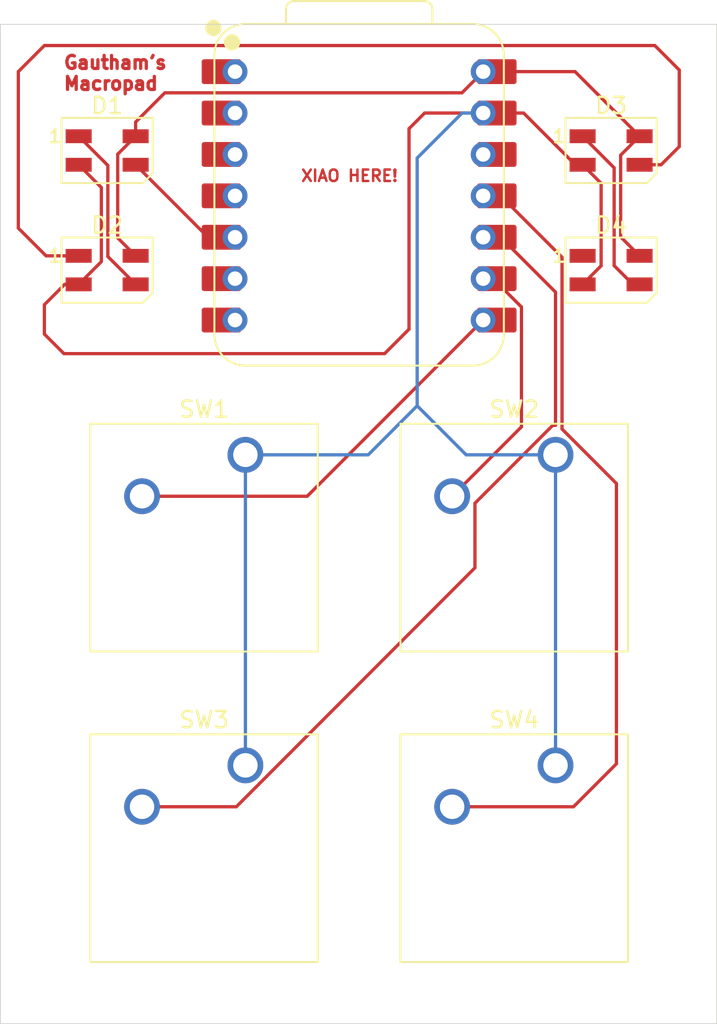
<source format=kicad_pcb>
(kicad_pcb (version 20241229) (generator "pcbnew") (generator_version "9.0")
  (layers (0 "F.Cu" signal) (2 "B.Cu" signal) (13 "F.Paste" user) (15 "B.Paste" user) (5 "F.SilkS" user "F.Silkscreen") (7 "B.SilkS" user "B.Silkscreen") (1 "F.Mask" user) (3 "B.Mask" user) (25 "Edge.Cuts" user))
  (net 0 "")
  (net 1 "+5V")
  (net 2 "Net-(D1-DOUT)")
  (net 3 "Net-(D1-DIN)")
  (net 4 "Net-(D2-DOUT)")
  (net 5 "Net-(D3-DOUT)")
  (net 7 "Net-(U1-GPIO1{slash}RX)")
  (net 8 "GND")
  (net 9 "Net-(U1-GPIO2{slash}SCK)")
  (net 10 "Net-(U1-GPIO4{slash}MISO)")
  (net 11 "Net-(U1-GPIO3{slash}MOSI)")
  (footprint "LED_SMD:LED_SK6812MINI_PLCC4_3.5x3.5mm_P1.75mm" (layer "F.Cu") (at 114.156625 74.0755)
    (property "Reference" "D2" (at 0 -2.75 0) (layer "F.SilkS"))
    (property "Value" "SK6812MINI")
    (fp_line (start -2.8 -2) (end -2.8 2) (stroke (width 0.12)) (layer "F.SilkS"))
    (fp_line (start -2.8 -2) (end 2.8 -2) (stroke (width 0.12)) (layer "F.SilkS"))
    (fp_line (start -2.8 2) (end 2.2 2) (stroke (width 0.12)) (layer "F.SilkS"))
    (fp_line (start 2.8 1.4) (end 2.2 2) (stroke (width 0.12)) (layer "F.SilkS"))
    (fp_line (start 2.8 1.4) (end 2.8 -2) (stroke (width 0.12)) (layer "F.SilkS"))
    (fp_text user "1" (at -3.2 -0.875 0) (layer "F.SilkS") (effects (font (size 0.8 0.8))))
    (pad "1" smd rect (at -1.75 -0.875) (size 1.6 0.85) (layers "F.Cu" "F.Mask" "F.Paste") (net 4 "Net-(D2-DOUT)"))
    (pad "2" smd rect (at -1.75 0.875) (size 1.6 0.85) (layers "F.Cu" "F.Mask" "F.Paste") (net 8 "GND"))
    (pad "3" smd rect (at 1.75 0.875) (size 1.6 0.85) (layers "F.Cu" "F.Mask" "F.Paste") (net 2 "Net-(D1-DOUT)"))
    (pad "4" smd rect (at 1.75 -0.875) (size 1.6 0.85) (layers "F.Cu" "F.Mask" "F.Paste") (net 1 "+5V"))
  )
  (footprint "LED_SMD:LED_SK6812MINI_PLCC4_3.5x3.5mm_P1.75mm" (layer "F.Cu") (at 145.112875 74.0755)
    (property "Reference" "D4" (at 0 -2.75 0) (layer "F.SilkS"))
    (property "Value" "SK6812MINI")
    (fp_line (start -2.8 -2) (end -2.8 2) (stroke (width 0.12)) (layer "F.SilkS"))
    (fp_line (start -2.8 -2) (end 2.8 -2) (stroke (width 0.12)) (layer "F.SilkS"))
    (fp_line (start -2.8 2) (end 2.2 2) (stroke (width 0.12)) (layer "F.SilkS"))
    (fp_line (start 2.8 1.4) (end 2.2 2) (stroke (width 0.12)) (layer "F.SilkS"))
    (fp_line (start 2.8 1.4) (end 2.8 -2) (stroke (width 0.12)) (layer "F.SilkS"))
    (fp_text user "1" (at -3.2 -0.875 0) (layer "F.SilkS") (effects (font (size 0.8 0.8))))
    (pad "1" smd rect (at -1.75 -0.875) (size 1.6 0.85) (layers "F.Cu" "F.Mask" "F.Paste"))
    (pad "2" smd rect (at -1.75 0.875) (size 1.6 0.85) (layers "F.Cu" "F.Mask" "F.Paste") (net 8 "GND"))
    (pad "3" smd rect (at 1.75 0.875) (size 1.6 0.85) (layers "F.Cu" "F.Mask" "F.Paste") (net 5 "Net-(D3-DOUT)"))
    (pad "4" smd rect (at 1.75 -0.875) (size 1.6 0.85) (layers "F.Cu" "F.Mask" "F.Paste") (net 1 "+5V"))
  )
  (footprint "Button_Switch_Keyboard:SW_Cherry_MX_1.00u_PCB" (layer "F.Cu") (at 122.64975 85.4075)
    (property "Reference" "SW1" (at -2.54 -2.794 0) (layer "F.SilkS"))
    (property "Value" "SW_Push")
    (fp_line (start -9.525 -1.905) (end 4.445 -1.905) (stroke (width 0.12)) (layer "F.SilkS"))
    (fp_line (start -9.525 12.065) (end -9.525 -1.905) (stroke (width 0.12)) (layer "F.SilkS"))
    (fp_line (start 4.445 -1.905) (end 4.445 12.065) (stroke (width 0.12)) (layer "F.SilkS"))
    (fp_line (start 4.445 12.065) (end -9.525 12.065) (stroke (width 0.12)) (layer "F.SilkS"))
    (pad "" np_thru_hole circle (at -7.62 5.08) (size 1.7 1.7) (drill 1.7) (layers "*.Cu" "*.Mask"))
    (pad "" np_thru_hole circle (at -2.54 5.08) (size 4 4) (drill 4) (layers "*.Cu" "*.Mask"))
    (pad "" np_thru_hole circle (at 2.54 5.08) (size 1.7 1.7) (drill 1.7) (layers "*.Cu" "*.Mask"))
    (pad "1" thru_hole circle (at 0 0) (size 2.2 2.2) (drill 1.5) (layers "*.Cu" "*.Mask") (net 8 "GND"))
    (pad "2" thru_hole circle (at -6.35 2.54) (size 2.2 2.2) (drill 1.5) (layers "*.Cu" "*.Mask") (net 7 "Net-(U1-GPIO1{slash}RX)"))
  )
  (footprint "LED_SMD:LED_SK6812MINI_PLCC4_3.5x3.5mm_P1.75mm" (layer "F.Cu") (at 114.156625 66.738)
    (property "Reference" "D1" (at 0 -2.75 0) (layer "F.SilkS"))
    (property "Value" "SK6812MINI")
    (fp_line (start -2.8 -2) (end -2.8 2) (stroke (width 0.12)) (layer "F.SilkS"))
    (fp_line (start -2.8 -2) (end 2.8 -2) (stroke (width 0.12)) (layer "F.SilkS"))
    (fp_line (start -2.8 2) (end 2.2 2) (stroke (width 0.12)) (layer "F.SilkS"))
    (fp_line (start 2.8 1.4) (end 2.2 2) (stroke (width 0.12)) (layer "F.SilkS"))
    (fp_line (start 2.8 1.4) (end 2.8 -2) (stroke (width 0.12)) (layer "F.SilkS"))
    (fp_text user "1" (at -3.2 -0.875 0) (layer "F.SilkS") (effects (font (size 0.8 0.8))))
    (pad "1" smd rect (at -1.75 -0.875) (size 1.6 0.85) (layers "F.Cu" "F.Mask" "F.Paste") (net 2 "Net-(D1-DOUT)"))
    (pad "2" smd rect (at -1.75 0.875) (size 1.6 0.85) (layers "F.Cu" "F.Mask" "F.Paste") (net 8 "GND"))
    (pad "3" smd rect (at 1.75 0.875) (size 1.6 0.85) (layers "F.Cu" "F.Mask" "F.Paste") (net 3 "Net-(D1-DIN)"))
    (pad "4" smd rect (at 1.75 -0.875) (size 1.6 0.85) (layers "F.Cu" "F.Mask" "F.Paste") (net 1 "+5V"))
  )
  (footprint "LED_SMD:LED_SK6812MINI_PLCC4_3.5x3.5mm_P1.75mm" (layer "F.Cu") (at 145.112875 66.738)
    (property "Reference" "D3" (at 0 -2.75 0) (layer "F.SilkS"))
    (property "Value" "SK6812MINI")
    (fp_line (start -2.8 -2) (end -2.8 2) (stroke (width 0.12)) (layer "F.SilkS"))
    (fp_line (start -2.8 -2) (end 2.8 -2) (stroke (width 0.12)) (layer "F.SilkS"))
    (fp_line (start -2.8 2) (end 2.2 2) (stroke (width 0.12)) (layer "F.SilkS"))
    (fp_line (start 2.8 1.4) (end 2.2 2) (stroke (width 0.12)) (layer "F.SilkS"))
    (fp_line (start 2.8 1.4) (end 2.8 -2) (stroke (width 0.12)) (layer "F.SilkS"))
    (fp_text user "1" (at -3.2 -0.875 0) (layer "F.SilkS") (effects (font (size 0.8 0.8))))
    (pad "1" smd rect (at -1.75 -0.875) (size 1.6 0.85) (layers "F.Cu" "F.Mask" "F.Paste") (net 5 "Net-(D3-DOUT)"))
    (pad "2" smd rect (at -1.75 0.875) (size 1.6 0.85) (layers "F.Cu" "F.Mask" "F.Paste") (net 8 "GND"))
    (pad "3" smd rect (at 1.75 0.875) (size 1.6 0.85) (layers "F.Cu" "F.Mask" "F.Paste") (net 4 "Net-(D2-DOUT)"))
    (pad "4" smd rect (at 1.75 -0.875) (size 1.6 0.85) (layers "F.Cu" "F.Mask" "F.Paste") (net 1 "+5V"))
  )
  (footprint "Button_Switch_Keyboard:SW_Cherry_MX_1.00u_PCB" (layer "F.Cu") (at 122.64975 104.4575)
    (property "Reference" "SW3" (at -2.54 -2.794 0) (layer "F.SilkS"))
    (property "Value" "SW_Push")
    (fp_line (start -9.525 -1.905) (end 4.445 -1.905) (stroke (width 0.12)) (layer "F.SilkS"))
    (fp_line (start -9.525 12.065) (end -9.525 -1.905) (stroke (width 0.12)) (layer "F.SilkS"))
    (fp_line (start 4.445 -1.905) (end 4.445 12.065) (stroke (width 0.12)) (layer "F.SilkS"))
    (fp_line (start 4.445 12.065) (end -9.525 12.065) (stroke (width 0.12)) (layer "F.SilkS"))
    (pad "" np_thru_hole circle (at -7.62 5.08) (size 1.7 1.7) (drill 1.7) (layers "*.Cu" "*.Mask"))
    (pad "" np_thru_hole circle (at -2.54 5.08) (size 4 4) (drill 4) (layers "*.Cu" "*.Mask"))
    (pad "" np_thru_hole circle (at 2.54 5.08) (size 1.7 1.7) (drill 1.7) (layers "*.Cu" "*.Mask"))
    (pad "1" thru_hole circle (at 0 0) (size 2.2 2.2) (drill 1.5) (layers "*.Cu" "*.Mask") (net 8 "GND"))
    (pad "2" thru_hole circle (at -6.35 2.54) (size 2.2 2.2) (drill 1.5) (layers "*.Cu" "*.Mask") (net 10 "Net-(U1-GPIO4{slash}MISO)"))
  )
  (footprint "Button_Switch_Keyboard:SW_Cherry_MX_1.00u_PCB" (layer "F.Cu") (at 141.69975 104.4575)
    (property "Reference" "SW4" (at -2.54 -2.794 0) (layer "F.SilkS"))
    (property "Value" "SW_Push")
    (fp_line (start -9.525 -1.905) (end 4.445 -1.905) (stroke (width 0.12)) (layer "F.SilkS"))
    (fp_line (start -9.525 12.065) (end -9.525 -1.905) (stroke (width 0.12)) (layer "F.SilkS"))
    (fp_line (start 4.445 -1.905) (end 4.445 12.065) (stroke (width 0.12)) (layer "F.SilkS"))
    (fp_line (start 4.445 12.065) (end -9.525 12.065) (stroke (width 0.12)) (layer "F.SilkS"))
    (pad "" np_thru_hole circle (at -7.62 5.08) (size 1.7 1.7) (drill 1.7) (layers "*.Cu" "*.Mask"))
    (pad "" np_thru_hole circle (at -2.54 5.08) (size 4 4) (drill 4) (layers "*.Cu" "*.Mask"))
    (pad "" np_thru_hole circle (at 2.54 5.08) (size 1.7 1.7) (drill 1.7) (layers "*.Cu" "*.Mask"))
    (pad "1" thru_hole circle (at 0 0) (size 2.2 2.2) (drill 1.5) (layers "*.Cu" "*.Mask") (net 8 "GND"))
    (pad "2" thru_hole circle (at -6.35 2.54) (size 2.2 2.2) (drill 1.5) (layers "*.Cu" "*.Mask") (net 11 "Net-(U1-GPIO3{slash}MOSI)"))
  )
  (footprint "Seeed Studio XIAO Series Library:XIAO-RP2040-DIP" (layer "F.Cu") (at 129.63475 69.52)
    (property "Reference" "U1" (hide yes))
    (property "Value" "XIAO-RP2040-DIP")
    (fp_line (start -8.89 8.509) (end -8.89 -8.636) (stroke (width 0.127)) (layer "F.SilkS"))
    (fp_line (start -6.985 10.414) (end 6.985 10.414) (stroke (width 0.127)) (layer "F.SilkS"))
    (fp_line (start -4.495 -10.541) (end -4.491272 -11.451272) (stroke (width 0.127)) (layer "F.SilkS"))
    (fp_line (start -3.991272 -11.951) (end 4.004 -11.951) (stroke (width 0.127)) (layer "F.SilkS"))
    (fp_line (start 4.504 -11.451) (end 4.504 -10.541) (stroke (width 0.127)) (layer "F.SilkS"))
    (fp_line (start 6.985 -10.541) (end -6.985 -10.541) (stroke (width 0.1)) (layer "F.SilkS"))
    (fp_line (start 6.985 -10.541) (end -6.985 -10.541) (stroke (width 0.127)) (layer "F.SilkS"))
    (fp_line (start 8.89 8.509) (end 8.89 -8.636) (stroke (width 0.127)) (layer "F.SilkS"))
    (fp_arc (start -8.89 -8.636) (mid -8.332038 -9.983038) (end -6.985 -10.541) (stroke (width 0.127)) (layer "F.SilkS"))
    (fp_arc (start -6.985 10.414) (mid -8.332038 9.856038) (end -8.89 8.509) (stroke (width 0.127)) (layer "F.SilkS"))
    (fp_arc (start -4.491272 -11.451272) (mid -4.344728 -11.80464) (end -3.991272 -11.951) (stroke (width 0.127)) (layer "F.SilkS"))
    (fp_arc (start 4.004 -11.951) (mid 4.357553 -11.804553) (end 4.504 -11.451) (stroke (width 0.127)) (layer "F.SilkS"))
    (fp_arc (start 6.985 -10.541) (mid 8.332038 -9.983038) (end 8.89 -8.636) (stroke (width 0.127)) (layer "F.SilkS"))
    (fp_arc (start 8.89 8.509) (mid 8.332038 9.856038) (end 6.985 10.414) (stroke (width 0.127)) (layer "F.SilkS"))
    (fp_circle (center -8.95 -10.3) (end -8.95 -10.554) (stroke (width 0.5)) (fill yes) (layer "F.SilkS"))
    (fp_circle (center -7.807 -9.42) (end -7.807 -9.674) (stroke (width 0.5)) (fill yes) (layer "F.SilkS"))
    (pad "1" smd roundrect (at -8.455 -7.62 180) (size 2.432 1.524) (layers "F.Cu" "F.Mask") (roundrect_rratio 0.1))
    (pad "1" thru_hole circle (at -7.62 -7.62 180) (size 1.524 1.524) (drill 0.889) (layers "*.Cu" "*.Mask"))
    (pad "2" smd roundrect (at -8.455 -5.08 180) (size 2.432 1.524) (layers "F.Cu" "F.Mask") (roundrect_rratio 0.1))
    (pad "2" thru_hole circle (at -7.62 -5.08 180) (size 1.524 1.524) (drill 0.889) (layers "*.Cu" "*.Mask"))
    (pad "3" smd roundrect (at -8.455 -2.54 180) (size 2.432 1.524) (layers "F.Cu" "F.Mask") (roundrect_rratio 0.1))
    (pad "3" thru_hole circle (at -7.62 -2.54 180) (size 1.524 1.524) (drill 0.889) (layers "*.Cu" "*.Mask"))
    (pad "4" smd roundrect (at -8.455 0 180) (size 2.432 1.524) (layers "F.Cu" "F.Mask") (roundrect_rratio 0.1))
    (pad "4" thru_hole circle (at -7.62 0 180) (size 1.524 1.524) (drill 0.889) (layers "*.Cu" "*.Mask"))
    (pad "5" smd roundrect (at -8.455 2.54 180) (size 2.432 1.524) (layers "F.Cu" "F.Mask") (roundrect_rratio 0.1) (net 3 "Net-(D1-DIN)"))
    (pad "5" thru_hole circle (at -7.62 2.54 180) (size 1.524 1.524) (drill 0.889) (layers "*.Cu" "*.Mask") (net 3 "Net-(D1-DIN)"))
    (pad "6" smd roundrect (at -8.455 5.08 180) (size 2.432 1.524) (layers "F.Cu" "F.Mask") (roundrect_rratio 0.1))
    (pad "6" thru_hole circle (at -7.62 5.08 180) (size 1.524 1.524) (drill 0.889) (layers "*.Cu" "*.Mask"))
    (pad "7" smd roundrect (at -8.455 7.62 180) (size 2.432 1.524) (layers "F.Cu" "F.Mask") (roundrect_rratio 0.1))
    (pad "7" thru_hole circle (at -7.62 7.62 180) (size 1.524 1.524) (drill 0.889) (layers "*.Cu" "*.Mask"))
    (pad "8" thru_hole circle (at 7.62 7.62) (size 1.524 1.524) (drill 0.889) (layers "*.Cu" "*.Mask") (net 7 "Net-(U1-GPIO1{slash}RX)"))
    (pad "8" smd roundrect (at 8.455 7.62) (size 2.432 1.524) (layers "F.Cu" "F.Mask") (roundrect_rratio 0.1) (net 7 "Net-(U1-GPIO1{slash}RX)"))
    (pad "9" thru_hole circle (at 7.62 5.08) (size 1.524 1.524) (drill 0.889) (layers "*.Cu" "*.Mask") (net 9 "Net-(U1-GPIO2{slash}SCK)"))
    (pad "9" smd roundrect (at 8.455 5.08) (size 2.432 1.524) (layers "F.Cu" "F.Mask") (roundrect_rratio 0.1) (net 9 "Net-(U1-GPIO2{slash}SCK)"))
    (pad "10" thru_hole circle (at 7.62 2.54) (size 1.524 1.524) (drill 0.889) (layers "*.Cu" "*.Mask") (net 10 "Net-(U1-GPIO4{slash}MISO)"))
    (pad "10" smd roundrect (at 8.455 2.54) (size 2.432 1.524) (layers "F.Cu" "F.Mask") (roundrect_rratio 0.1) (net 10 "Net-(U1-GPIO4{slash}MISO)"))
    (pad "11" thru_hole circle (at 7.62 0) (size 1.524 1.524) (drill 0.889) (layers "*.Cu" "*.Mask") (net 11 "Net-(U1-GPIO3{slash}MOSI)"))
    (pad "11" smd roundrect (at 8.455 0) (size 2.432 1.524) (layers "F.Cu" "F.Mask") (roundrect_rratio 0.1) (net 11 "Net-(U1-GPIO3{slash}MOSI)"))
    (pad "12" thru_hole circle (at 7.62 -2.54) (size 1.524 1.524) (drill 0.889) (layers "*.Cu" "*.Mask"))
    (pad "12" smd roundrect (at 8.455 -2.54) (size 2.432 1.524) (layers "F.Cu" "F.Mask") (roundrect_rratio 0.1))
    (pad "13" thru_hole circle (at 7.62 -5.08) (size 1.524 1.524) (drill 0.889) (layers "*.Cu" "*.Mask") (net 8 "GND"))
    (pad "13" smd roundrect (at 8.455 -5.08) (size 2.432 1.524) (layers "F.Cu" "F.Mask") (roundrect_rratio 0.1) (net 8 "GND"))
    (pad "14" thru_hole circle (at 7.62 -7.62) (size 1.524 1.524) (drill 0.889) (layers "*.Cu" "*.Mask") (net 1 "+5V"))
    (pad "14" smd roundrect (at 8.455 -7.62) (size 2.432 1.524) (layers "F.Cu" "F.Mask") (roundrect_rratio 0.1) (net 1 "+5V"))
  )
  (footprint "Button_Switch_Keyboard:SW_Cherry_MX_1.00u_PCB" (layer "F.Cu") (at 141.69975 85.4075)
    (property "Reference" "SW2" (at -2.54 -2.794 0) (layer "F.SilkS"))
    (property "Value" "SW_Push")
    (fp_line (start -9.525 -1.905) (end 4.445 -1.905) (stroke (width 0.12)) (layer "F.SilkS"))
    (fp_line (start -9.525 12.065) (end -9.525 -1.905) (stroke (width 0.12)) (layer "F.SilkS"))
    (fp_line (start 4.445 -1.905) (end 4.445 12.065) (stroke (width 0.12)) (layer "F.SilkS"))
    (fp_line (start 4.445 12.065) (end -9.525 12.065) (stroke (width 0.12)) (layer "F.SilkS"))
    (pad "" np_thru_hole circle (at -7.62 5.08) (size 1.7 1.7) (drill 1.7) (layers "*.Cu" "*.Mask"))
    (pad "" np_thru_hole circle (at -2.54 5.08) (size 4 4) (drill 4) (layers "*.Cu" "*.Mask"))
    (pad "" np_thru_hole circle (at 2.54 5.08) (size 1.7 1.7) (drill 1.7) (layers "*.Cu" "*.Mask"))
    (pad "1" thru_hole circle (at 0 0) (size 2.2 2.2) (drill 1.5) (layers "*.Cu" "*.Mask") (net 8 "GND"))
    (pad "2" thru_hole circle (at -6.35 2.54) (size 2.2 2.2) (drill 1.5) (layers "*.Cu" "*.Mask") (net 9 "Net-(U1-GPIO2{slash}SCK)"))
  )
  (gr_rect (start 107.6 59) (end 151.6 120.3) (stroke (width 0.05)) (fill no) (layer "Edge.Cuts"))
  (gr_text "Gautham's\nMacropad" (at 111.4 63.1 0) (layer "F.Cu") (effects (font (size 0.8 0.8) (thickness 0.2) (bold yes)) (justify left bottom)))
  (gr_text "XIAO HERE!" (at 126 68.7 0) (layer "F.Cu") (effects (font (size 0.7 0.7) (thickness 0.15) (bold yes)) (justify left bottom)))
  (segment (start 135.95475 63.2) (end 137.25475 61.9) (width 0.2) (layer "F.Cu") (net 1))
  (segment (start 117.7 63.2) (end 135.95475 63.2) (width 0.2) (layer "F.Cu") (net 1))
  (segment (start 145.701 72.038625) (end 145.701 67.024875) (width 0.2) (layer "F.Cu") (net 1))
  (segment (start 114.805625 72.0995) (end 114.805625 66.964) (width 0.2) (layer "F.Cu") (net 1))
  (segment (start 146.862875 65.863) (end 142.899875 61.9) (width 0.2) (layer "F.Cu") (net 1))
  (segment (start 115.906625 73.2005) (end 114.805625 72.0995) (width 0.2) (layer "F.Cu") (net 1))
  (segment (start 142.899875 61.9) (end 138.08975 61.9) (width 0.2) (layer "F.Cu") (net 1))
  (segment (start 145.701 67.024875) (end 146.862875 65.863) (width 0.2) (layer "F.Cu") (net 1))
  (segment (start 139.30575 61.9) (end 138.08975 61.9) (width 0.2) (layer "F.Cu") (net 1))
  (segment (start 146.862875 73.2005) (end 145.701 72.038625) (width 0.2) (layer "F.Cu") (net 1))
  (segment (start 115.906625 65.863) (end 115.906625 64.993375) (width 0.2) (layer "F.Cu") (net 1))
  (segment (start 115.906625 64.993375) (end 117.7 63.2) (width 0.2) (layer "F.Cu") (net 1))
  (segment (start 114.805625 66.964) (end 115.906625 65.863) (width 0.2) (layer "F.Cu") (net 1))
  (segment (start 114.2 73.243875) (end 115.906625 74.9505) (width 0.2) (layer "F.Cu") (net 2))
  (segment (start 114.2 67.656375) (end 114.2 73.243875) (width 0.2) (layer "F.Cu") (net 2))
  (segment (start 112.406625 65.863) (end 114.2 67.656375) (width 0.2) (layer "F.Cu") (net 2))
  (segment (start 120.353625 72.06) (end 115.906625 67.613) (width 0.2) (layer "F.Cu") (net 3))
  (segment (start 122.01475 72.06) (end 120.353625 72.06) (width 0.2) (layer "F.Cu") (net 3))
  (segment (start 148.187 67.613) (end 146.862875 67.613) (width 0.2) (layer "F.Cu") (net 4))
  (segment (start 149.3 66.5) (end 148.187 67.613) (width 0.2) (layer "F.Cu") (net 4))
  (segment (start 110.4005 73.2005) (end 108.7 71.5) (width 0.2) (layer "F.Cu") (net 4))
  (segment (start 112.406625 73.2005) (end 110.4005 73.2005) (width 0.2) (layer "F.Cu") (net 4))
  (segment (start 147.8 60.3) (end 149.3 61.8) (width 0.2) (layer "F.Cu") (net 4))
  (segment (start 110.3 60.3) (end 147.8 60.3) (width 0.2) (layer "F.Cu") (net 4))
  (segment (start 149.3 61.8) (end 149.3 66.5) (width 0.2) (layer "F.Cu") (net 4))
  (segment (start 108.7 61.9) (end 110.3 60.3) (width 0.2) (layer "F.Cu") (net 4))
  (segment (start 108.7 71.5) (end 108.7 61.9) (width 0.2) (layer "F.Cu") (net 4))
  (segment (start 143.362875 65.863) (end 143.363 65.863) (width 0.2) (layer "F.Cu") (net 5))
  (segment (start 145.3 73.8) (end 146.4505 74.9505) (width 0.2) (layer "F.Cu") (net 5))
  (segment (start 145.3 67.8) (end 145.3 73.8) (width 0.2) (layer "F.Cu") (net 5))
  (segment (start 143.363 65.863) (end 145.3 67.8) (width 0.2) (layer "F.Cu") (net 5))
  (segment (start 146.4505 74.9505) (end 146.862875 74.9505) (width 0.2) (layer "F.Cu") (net 5))
  (segment (start 126.44725 87.9475) (end 116.29975 87.9475) (width 0.2) (layer "F.Cu") (net 7))
  (segment (start 137.25475 77.14) (end 126.44725 87.9475) (width 0.2) (layer "F.Cu") (net 7))
  (segment (start 111.5495 74.9505) (end 110.3 76.2) (width 0.2) (layer "F.Cu") (net 8))
  (segment (start 144.5 68.750125) (end 143.362875 67.613) (width 0.2) (layer "F.Cu") (net 8))
  (segment (start 111.5 79.2) (end 131.2 79.2) (width 0.2) (layer "F.Cu") (net 8))
  (segment (start 132.7 65.4) (end 133.66 64.44) (width 0.2) (layer "F.Cu") (net 8))
  (segment (start 143.362875 74.9505) (end 144.5 73.813375) (width 0.2) (layer "F.Cu") (net 8))
  (segment (start 113.8 69.006375) (end 112.406625 67.613) (width 0.2) (layer "F.Cu") (net 8))
  (segment (start 112.406625 74.9505) (end 113.8 73.557125) (width 0.2) (layer "F.Cu") (net 8))
  (segment (start 110.3 78) (end 111.5 79.2) (width 0.2) (layer "F.Cu") (net 8))
  (segment (start 132.7 77.7) (end 132.7 65.4) (width 0.2) (layer "F.Cu") (net 8))
  (segment (start 143.362875 67.613) (end 142.913 67.613) (width 0.2) (layer "F.Cu") (net 8))
  (segment (start 112.406625 74.9505) (end 111.5495 74.9505) (width 0.2) (layer "F.Cu") (net 8))
  (segment (start 131.2 79.2) (end 132.7 77.7) (width 0.2) (layer "F.Cu") (net 8))
  (segment (start 139.74 64.44) (end 138.08975 64.44) (width 0.2) (layer "F.Cu") (net 8))
  (segment (start 113.8 73.557125) (end 113.8 69.006375) (width 0.2) (layer "F.Cu") (net 8))
  (segment (start 133.66 64.44) (end 137.25475 64.44) (width 0.2) (layer "F.Cu") (net 8))
  (segment (start 144.5 73.813375) (end 144.5 68.750125) (width 0.2) (layer "F.Cu") (net 8))
  (segment (start 142.913 67.613) (end 139.74 64.44) (width 0.2) (layer "F.Cu") (net 8))
  (segment (start 110.3 76.2) (end 110.3 78) (width 0.2) (layer "F.Cu") (net 8))
  (segment (start 122.64975 104.4575) (end 122.64975 85.4075) (width 0.2) (layer "B.Cu") (net 8))
  (segment (start 141.69975 104.4575) (end 141.69975 85.4075) (width 0.2) (layer "B.Cu") (net 8))
  (segment (start 130.1925 85.4075) (end 133.2 82.4) (width 0.2) (layer "B.Cu") (net 8))
  (segment (start 133.2 67.2) (end 135.96 64.44) (width 0.2) (layer "B.Cu") (net 8))
  (segment (start 133.2 82.4) (end 133.2 67.2) (width 0.2) (layer "B.Cu") (net 8))
  (segment (start 122.64975 85.4075) (end 130.1925 85.4075) (width 0.2) (layer "B.Cu") (net 8))
  (segment (start 135.96 64.44) (end 137.25475 64.44) (width 0.2) (layer "B.Cu") (net 8))
  (segment (start 141.69975 85.4075) (end 136.2075 85.4075) (width 0.2) (layer "B.Cu") (net 8))
  (segment (start 136.2075 85.4075) (end 133.2 82.4) (width 0.2) (layer "B.Cu") (net 8))
  (segment (start 137.868376 74.6) (end 139.60675 76.338374) (width 0.2) (layer "F.Cu") (net 9))
  (segment (start 139.60675 83.6905) (end 135.34975 87.9475) (width 0.2) (layer "F.Cu") (net 9))
  (segment (start 137.25475 74.6) (end 137.868376 74.6) (width 0.2) (layer "F.Cu") (net 9))
  (segment (start 139.60675 76.338374) (end 139.60675 83.6905) (width 0.2) (layer "F.Cu") (net 9))
  (segment (start 136.75075 92.337814) (end 122.091064 106.9975) (width 0.2) (layer "F.Cu") (net 10))
  (segment (start 136.75075 88.375186) (end 136.75075 92.337814) (width 0.2) (layer "F.Cu") (net 10))
  (segment (start 122.091064 106.9975) (end 116.29975 106.9975) (width 0.2) (layer "F.Cu") (net 10))
  (segment (start 141.699 83.6) (end 141.525936 83.6) (width 0.2) (layer "F.Cu") (net 10))
  (segment (start 141.699 75.42662) (end 141.699 83.6) (width 0.2) (layer "F.Cu") (net 10))
  (segment (start 141.525936 83.6) (end 136.75075 88.375186) (width 0.2) (layer "F.Cu") (net 10))
  (segment (start 138.33238 72.06) (end 141.699 75.42662) (width 0.2) (layer "F.Cu") (net 10))
  (segment (start 137.25475 72.06) (end 138.33238 72.06) (width 0.2) (layer "F.Cu") (net 10))
  (segment (start 137.25475 69.52) (end 138.33238 69.52) (width 0.2) (layer "F.Cu") (net 11))
  (segment (start 142.1 73.28762) (end 142.1 83.826436) (width 0.2) (layer "F.Cu") (net 11))
  (segment (start 145.44075 104.35925) (end 142.8025 106.9975) (width 0.2) (layer "F.Cu") (net 11))
  (segment (start 145.44075 87.167186) (end 145.44075 104.35925) (width 0.2) (layer "F.Cu") (net 11))
  (segment (start 142.1 83.826436) (end 145.44075 87.167186) (width 0.2) (layer "F.Cu") (net 11))
  (segment (start 142.8025 106.9975) (end 135.34975 106.9975) (width 0.2) (layer "F.Cu") (net 11))
  (segment (start 138.33238 69.52) (end 142.1 73.28762) (width 0.2) (layer "F.Cu") (net 11))
)
</source>
